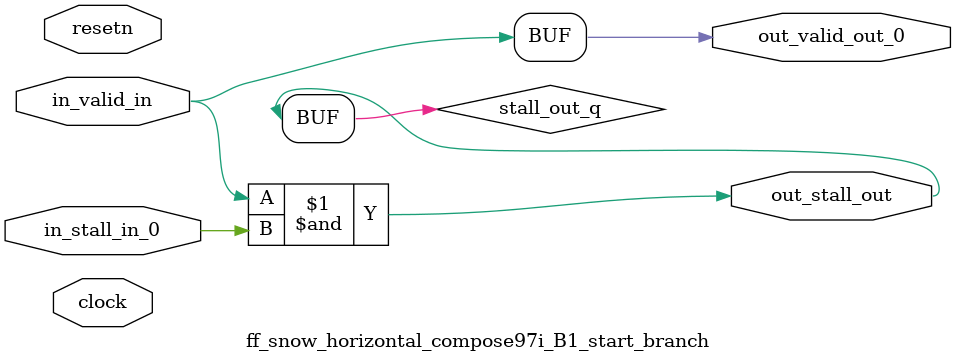
<source format=sv>



(* altera_attribute = "-name AUTO_SHIFT_REGISTER_RECOGNITION OFF; -name MESSAGE_DISABLE 10036; -name MESSAGE_DISABLE 10037; -name MESSAGE_DISABLE 14130; -name MESSAGE_DISABLE 14320; -name MESSAGE_DISABLE 15400; -name MESSAGE_DISABLE 14130; -name MESSAGE_DISABLE 10036; -name MESSAGE_DISABLE 12020; -name MESSAGE_DISABLE 12030; -name MESSAGE_DISABLE 12010; -name MESSAGE_DISABLE 12110; -name MESSAGE_DISABLE 14320; -name MESSAGE_DISABLE 13410; -name MESSAGE_DISABLE 113007; -name MESSAGE_DISABLE 10958" *)
module ff_snow_horizontal_compose97i_B1_start_branch (
    input wire [0:0] in_stall_in_0,
    input wire [0:0] in_valid_in,
    output wire [0:0] out_stall_out,
    output wire [0:0] out_valid_out_0,
    input wire clock,
    input wire resetn
    );

    wire [0:0] stall_out_q;


    // stall_out(LOGICAL,6)
    assign stall_out_q = in_valid_in & in_stall_in_0;

    // out_stall_out(GPOUT,4)
    assign out_stall_out = stall_out_q;

    // out_valid_out_0(GPOUT,5)
    assign out_valid_out_0 = in_valid_in;

endmodule

</source>
